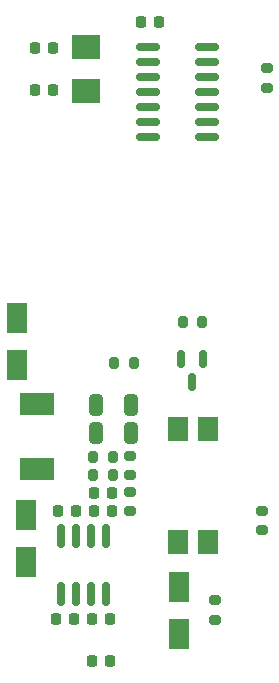
<source format=gtp>
%TF.GenerationSoftware,KiCad,Pcbnew,(5.99.0-11393-ga06b95bb1f)*%
%TF.CreationDate,2021-07-10T21:53:40+02:00*%
%TF.ProjectId,LasS0,4c617353-302e-46b6-9963-61645f706362,v0.1*%
%TF.SameCoordinates,Original*%
%TF.FileFunction,Paste,Top*%
%TF.FilePolarity,Positive*%
%FSLAX46Y46*%
G04 Gerber Fmt 4.6, Leading zero omitted, Abs format (unit mm)*
G04 Created by KiCad (PCBNEW (5.99.0-11393-ga06b95bb1f)) date 2021-07-10 21:53:40*
%MOMM*%
%LPD*%
G01*
G04 APERTURE LIST*
G04 Aperture macros list*
%AMRoundRect*
0 Rectangle with rounded corners*
0 $1 Rounding radius*
0 $2 $3 $4 $5 $6 $7 $8 $9 X,Y pos of 4 corners*
0 Add a 4 corners polygon primitive as box body*
4,1,4,$2,$3,$4,$5,$6,$7,$8,$9,$2,$3,0*
0 Add four circle primitives for the rounded corners*
1,1,$1+$1,$2,$3*
1,1,$1+$1,$4,$5*
1,1,$1+$1,$6,$7*
1,1,$1+$1,$8,$9*
0 Add four rect primitives between the rounded corners*
20,1,$1+$1,$2,$3,$4,$5,0*
20,1,$1+$1,$4,$5,$6,$7,0*
20,1,$1+$1,$6,$7,$8,$9,0*
20,1,$1+$1,$8,$9,$2,$3,0*%
G04 Aperture macros list end*
%ADD10R,2.400000X2.000000*%
%ADD11RoundRect,0.225000X-0.225000X-0.250000X0.225000X-0.250000X0.225000X0.250000X-0.225000X0.250000X0*%
%ADD12RoundRect,0.200000X0.200000X0.275000X-0.200000X0.275000X-0.200000X-0.275000X0.200000X-0.275000X0*%
%ADD13RoundRect,0.150000X-0.825000X-0.150000X0.825000X-0.150000X0.825000X0.150000X-0.825000X0.150000X0*%
%ADD14RoundRect,0.250000X-0.325000X-0.650000X0.325000X-0.650000X0.325000X0.650000X-0.325000X0.650000X0*%
%ADD15R,1.780000X2.000000*%
%ADD16RoundRect,0.200000X-0.275000X0.200000X-0.275000X-0.200000X0.275000X-0.200000X0.275000X0.200000X0*%
%ADD17R,1.800000X2.500000*%
%ADD18RoundRect,0.150000X-0.150000X0.587500X-0.150000X-0.587500X0.150000X-0.587500X0.150000X0.587500X0*%
%ADD19RoundRect,0.225000X0.225000X0.250000X-0.225000X0.250000X-0.225000X-0.250000X0.225000X-0.250000X0*%
%ADD20RoundRect,0.200000X0.275000X-0.200000X0.275000X0.200000X-0.275000X0.200000X-0.275000X-0.200000X0*%
%ADD21RoundRect,0.200000X-0.200000X-0.275000X0.200000X-0.275000X0.200000X0.275000X-0.200000X0.275000X0*%
%ADD22R,3.000000X1.950000*%
%ADD23RoundRect,0.150000X0.150000X-0.825000X0.150000X0.825000X-0.150000X0.825000X-0.150000X-0.825000X0*%
G04 APERTURE END LIST*
D10*
%TO.C,Y1*%
X143258000Y-77620000D03*
X143258000Y-73920000D03*
%TD*%
D11*
%TO.C,C11*%
X138927000Y-73992000D03*
X140477000Y-73992000D03*
%TD*%
D12*
%TO.C,R12*%
X153101500Y-97234500D03*
X151451500Y-97234500D03*
%TD*%
D13*
%TO.C,U3*%
X148555400Y-73941200D03*
X148555400Y-75211200D03*
X148555400Y-76481200D03*
X148555400Y-77751200D03*
X148555400Y-79021200D03*
X148555400Y-80291200D03*
X148555400Y-81561200D03*
X153505400Y-81561200D03*
X153505400Y-80291200D03*
X153505400Y-79021200D03*
X153505400Y-77751200D03*
X153505400Y-76481200D03*
X153505400Y-75211200D03*
X153505400Y-73941200D03*
%TD*%
D14*
%TO.C,C8*%
X144114000Y-106604000D03*
X147064000Y-106604000D03*
%TD*%
D11*
%TO.C,C3*%
X140877000Y-113208000D03*
X142427000Y-113208000D03*
%TD*%
D15*
%TO.C,U2*%
X153590000Y-106284000D03*
X151050000Y-106284000D03*
X151050000Y-115814000D03*
X153590000Y-115814000D03*
%TD*%
D16*
%TO.C,R5*%
X158625000Y-75707000D03*
X158625000Y-77357000D03*
%TD*%
D17*
%TO.C,D1*%
X138223000Y-113494000D03*
X138223000Y-117494000D03*
%TD*%
D11*
%TO.C,C5*%
X143925000Y-113208000D03*
X145475000Y-113208000D03*
%TD*%
D18*
%TO.C,Q2*%
X153226500Y-100361000D03*
X151326500Y-100361000D03*
X152276500Y-102236000D03*
%TD*%
D16*
%TO.C,R10*%
X158162000Y-113195800D03*
X158162000Y-114845800D03*
%TD*%
%TO.C,R4*%
X146986000Y-108510000D03*
X146986000Y-110160000D03*
%TD*%
D19*
%TO.C,C2*%
X142300000Y-122352000D03*
X140750000Y-122352000D03*
%TD*%
D17*
%TO.C,D3*%
X151177000Y-123590000D03*
X151177000Y-119590000D03*
%TD*%
D20*
%TO.C,R1*%
X146986000Y-113208000D03*
X146986000Y-111558000D03*
%TD*%
D12*
%TO.C,R8*%
X147303000Y-100635000D03*
X145653000Y-100635000D03*
%TD*%
D17*
%TO.C,D2*%
X137461000Y-96857000D03*
X137461000Y-100857000D03*
%TD*%
D19*
%TO.C,C1*%
X145348000Y-125908000D03*
X143798000Y-125908000D03*
%TD*%
D21*
%TO.C,R2*%
X143875000Y-108636000D03*
X145525000Y-108636000D03*
%TD*%
%TO.C,R3*%
X143875000Y-110160000D03*
X145525000Y-110160000D03*
%TD*%
D16*
%TO.C,R9*%
X154180000Y-120765000D03*
X154180000Y-122415000D03*
%TD*%
D11*
%TO.C,C4*%
X143798000Y-122352000D03*
X145348000Y-122352000D03*
%TD*%
D22*
%TO.C,L1*%
X139112000Y-104108000D03*
X139112000Y-109608000D03*
%TD*%
D14*
%TO.C,C7*%
X144114000Y-104191000D03*
X147064000Y-104191000D03*
%TD*%
D23*
%TO.C,U1*%
X141144000Y-120255000D03*
X142414000Y-120255000D03*
X143684000Y-120255000D03*
X144954000Y-120255000D03*
X144954000Y-115305000D03*
X143684000Y-115305000D03*
X142414000Y-115305000D03*
X141144000Y-115305000D03*
%TD*%
D11*
%TO.C,C6*%
X143925000Y-111684000D03*
X145475000Y-111684000D03*
%TD*%
D19*
%TO.C,C9*%
X149468600Y-71807600D03*
X147918600Y-71807600D03*
%TD*%
D11*
%TO.C,C10*%
X138927000Y-77548000D03*
X140477000Y-77548000D03*
%TD*%
M02*

</source>
